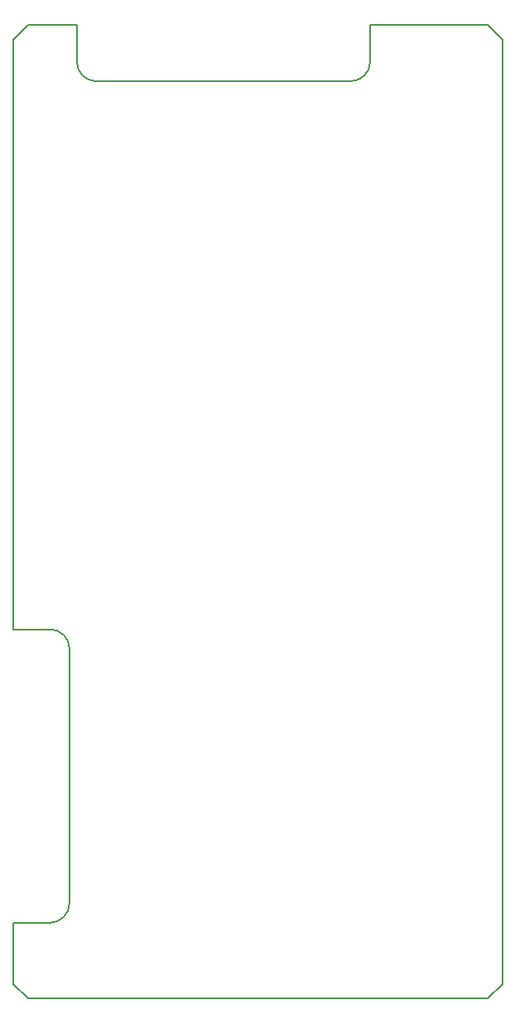
<source format=gko>
%FSLAX43Y43*%
%MOMM*%
G71*
G01*
G75*
G04 Layer_Color=1131839*
%ADD10R,1.000X0.700*%
%ADD11R,0.700X0.800*%
%ADD12R,0.700X1.000*%
%ADD13R,0.800X0.700*%
%ADD14R,0.700X0.800*%
%ADD15R,1.600X0.800*%
%ADD16R,0.800X0.800*%
%ADD17R,0.800X0.800*%
%ADD18R,0.450X0.250*%
%ADD19R,0.800X2.000*%
%ADD20R,1.500X0.760*%
%ADD21R,0.400X1.200*%
%ADD22R,2.600X1.900*%
%ADD23R,0.760X1.500*%
%ADD24R,1.200X0.400*%
%ADD25R,1.900X2.600*%
%ADD26R,0.600X2.000*%
%ADD27O,0.600X2.000*%
%ADD28R,2.600X2.600*%
%ADD29R,2.000X1.500*%
%ADD30R,2.000X1.500*%
%ADD31R,2.000X3.800*%
%ADD32R,0.600X1.270*%
%ADD33R,0.350X0.900*%
%ADD34R,1.000X0.700*%
%ADD35R,1.000X0.700*%
%ADD36R,1.100X2.200*%
%ADD37R,1.000X1.050*%
%ADD38R,2.200X1.100*%
%ADD39R,1.050X1.000*%
%ADD40R,0.840X1.600*%
%ADD41R,2.400X0.840*%
%ADD42R,1.600X0.840*%
%ADD43R,0.800X1.500*%
%ADD44R,0.800X2.250*%
%ADD45R,0.350X0.280*%
G04:AMPARAMS|DCode=46|XSize=0.3mm|YSize=0.65mm|CornerRadius=0.075mm|HoleSize=0mm|Usage=FLASHONLY|Rotation=0.000|XOffset=0mm|YOffset=0mm|HoleType=Round|Shape=RoundedRectangle|*
%AMROUNDEDRECTD46*
21,1,0.300,0.500,0,0,0.0*
21,1,0.150,0.650,0,0,0.0*
1,1,0.150,0.075,-0.250*
1,1,0.150,-0.075,-0.250*
1,1,0.150,-0.075,0.250*
1,1,0.150,0.075,0.250*
%
%ADD46ROUNDEDRECTD46*%
G04:AMPARAMS|DCode=47|XSize=0.3mm|YSize=0.65mm|CornerRadius=0.075mm|HoleSize=0mm|Usage=FLASHONLY|Rotation=270.000|XOffset=0mm|YOffset=0mm|HoleType=Round|Shape=RoundedRectangle|*
%AMROUNDEDRECTD47*
21,1,0.300,0.500,0,0,270.0*
21,1,0.150,0.650,0,0,270.0*
1,1,0.150,-0.250,-0.075*
1,1,0.150,-0.250,0.075*
1,1,0.150,0.250,0.075*
1,1,0.150,0.250,-0.075*
%
%ADD47ROUNDEDRECTD47*%
%ADD48R,3.300X3.300*%
%ADD49R,0.500X0.500*%
%ADD50R,1.270X0.640*%
%ADD51R,0.900X1.300*%
%ADD52C,0.750*%
%ADD53C,0.500*%
%ADD54C,0.250*%
%ADD55C,0.350*%
%ADD56C,0.965*%
%ADD57C,0.900*%
%ADD58C,0.700*%
%ADD59C,0.200*%
%ADD60C,0.300*%
%ADD61R,11.925X2.000*%
%ADD62R,6.200X2.000*%
%ADD63R,9.650X1.875*%
%ADD64R,2.000X30.000*%
%ADD65R,8.425X2.000*%
%ADD66R,18.025X2.000*%
%ADD67R,3.400X2.000*%
%ADD68R,24.500X1.950*%
%ADD69C,1.000*%
%ADD70R,4.000X4.000*%
%ADD71R,4.000X4.000*%
%ADD72C,0.500*%
%ADD73C,0.900*%
%ADD74C,0.700*%
%ADD75C,1.016*%
%ADD76C,1.900*%
G04:AMPARAMS|DCode=77|XSize=4.3mm|YSize=4.3mm|CornerRadius=0mm|HoleSize=0mm|Usage=FLASHONLY|Rotation=0.000|XOffset=0mm|YOffset=0mm|HoleType=Round|Shape=Relief|Width=0.5mm|Gap=0.25mm|Entries=4|*
%AMTHD77*
7,0,0,4.300,3.800,0.500,45*
%
%ADD77THD77*%
G04:AMPARAMS|DCode=78|XSize=1.754mm|YSize=1.754mm|CornerRadius=0mm|HoleSize=0mm|Usage=FLASHONLY|Rotation=0.000|XOffset=0mm|YOffset=0mm|HoleType=Round|Shape=Relief|Width=0.5mm|Gap=0.25mm|Entries=4|*
%AMTHD78*
7,0,0,1.754,1.254,0.500,45*
%
%ADD78THD78*%
%ADD79C,1.100*%
%ADD80C,0.345*%
%ADD81R,1.000X2.540*%
%ADD82C,0.600*%
%ADD83C,0.203*%
%ADD84C,0.100*%
%ADD85C,0.254*%
%ADD86C,0.152*%
%ADD87C,0.150*%
%ADD88R,0.560X0.210*%
%ADD89R,0.150X0.400*%
%ADD90R,0.150X0.500*%
%ADD91R,0.700X0.500*%
%ADD92R,0.700X0.400*%
%ADD93R,0.400X0.150*%
%ADD94R,0.500X0.150*%
%ADD95R,0.500X0.700*%
%ADD96R,0.400X0.700*%
%ADD97R,0.500X0.150*%
%ADD98R,0.350X1.300*%
%ADD99R,0.300X2.575*%
%ADD100R,0.325X1.400*%
%ADD101R,0.275X0.325*%
%ADD102R,2.575X0.300*%
%ADD103R,1.400X0.325*%
%ADD104R,0.250X0.325*%
%ADD105R,0.350X1.300*%
%ADD106R,0.410X0.210*%
%ADD107R,0.900X0.300*%
%ADD108R,1.494X18.900*%
%ADD109R,51.325X2.938*%
%ADD110R,51.345X2.950*%
%ADD111R,0.250X0.500*%
%ADD112R,0.800X0.500*%
%ADD113R,0.800X0.600*%
%ADD114R,0.250X0.600*%
%ADD115R,0.500X0.250*%
%ADD116R,0.500X0.800*%
%ADD117R,0.500X0.800*%
%ADD118R,0.600X0.800*%
%ADD119R,0.600X0.250*%
%ADD120R,2.200X4.000*%
%ADD121R,2.200X1.700*%
%ADD122R,2.200X1.700*%
%ADD123R,0.450X1.200*%
%ADD124R,0.450X1.200*%
%ADD125R,1.075X1.500*%
%ADD126R,0.400X3.300*%
%ADD127R,2.500X0.400*%
%ADD128R,1.500X1.075*%
%ADD129R,2.000X30.000*%
%ADD130R,24.075X2.000*%
%ADD131R,2.975X2.000*%
%ADD132R,9.200X2.000*%
%ADD133R,17.700X2.000*%
%ADD134R,1.150X0.850*%
%ADD135R,0.850X0.950*%
%ADD136R,0.850X1.150*%
%ADD137R,0.950X0.850*%
%ADD138R,0.850X0.950*%
%ADD139R,1.750X0.950*%
%ADD140R,0.950X0.950*%
%ADD141R,0.950X0.950*%
%ADD142R,0.600X0.400*%
%ADD143R,1.650X0.910*%
%ADD144R,0.550X1.350*%
%ADD145R,0.910X1.650*%
%ADD146R,1.350X0.550*%
%ADD147R,0.750X2.150*%
%ADD148O,0.750X2.150*%
%ADD149R,2.750X2.750*%
%ADD150R,2.150X1.650*%
%ADD151R,2.150X1.650*%
%ADD152R,2.150X3.950*%
%ADD153R,0.750X1.420*%
%ADD154R,1.100X0.800*%
%ADD155R,1.100X0.800*%
%ADD156R,1.250X2.350*%
%ADD157R,1.150X1.200*%
%ADD158R,2.350X1.250*%
%ADD159R,1.200X1.150*%
%ADD160R,0.990X1.750*%
%ADD161R,2.600X1.040*%
%ADD162R,1.040X1.800*%
%ADD163R,1.800X1.040*%
%ADD164R,1.000X1.700*%
%ADD165R,1.000X2.450*%
%ADD166R,0.950X1.650*%
%ADD167R,0.450X0.380*%
G04:AMPARAMS|DCode=168|XSize=0.4mm|YSize=0.75mm|CornerRadius=0.125mm|HoleSize=0mm|Usage=FLASHONLY|Rotation=0.000|XOffset=0mm|YOffset=0mm|HoleType=Round|Shape=RoundedRectangle|*
%AMROUNDEDRECTD168*
21,1,0.400,0.500,0,0,0.0*
21,1,0.150,0.750,0,0,0.0*
1,1,0.250,0.075,-0.250*
1,1,0.250,-0.075,-0.250*
1,1,0.250,-0.075,0.250*
1,1,0.250,0.075,0.250*
%
%ADD168ROUNDEDRECTD168*%
G04:AMPARAMS|DCode=169|XSize=0.4mm|YSize=0.75mm|CornerRadius=0.125mm|HoleSize=0mm|Usage=FLASHONLY|Rotation=270.000|XOffset=0mm|YOffset=0mm|HoleType=Round|Shape=RoundedRectangle|*
%AMROUNDEDRECTD169*
21,1,0.400,0.500,0,0,270.0*
21,1,0.150,0.750,0,0,270.0*
1,1,0.250,-0.250,-0.075*
1,1,0.250,-0.250,0.075*
1,1,0.250,0.250,0.075*
1,1,0.250,0.250,-0.075*
%
%ADD169ROUNDEDRECTD169*%
%ADD170R,0.650X0.650*%
%ADD171R,1.420X0.790*%
%ADD172R,1.050X1.450*%
%ADD173C,1.300*%
%ADD174R,4.150X4.150*%
%ADD175R,4.150X4.150*%
%ADD176R,51.400X3.000*%
%ADD177R,51.520X5.825*%
%ADD178R,1.150X2.690*%
%ADD179C,0.020*%
%ADD180C,0.025*%
%ADD181C,0.025*%
%ADD182C,0.020*%
%ADD183C,0.030*%
G54D59*
X189000Y170500D02*
G03*
X191000Y172500I0J2000D01*
G01*
X161000D02*
G03*
X163000Y170500I2000J0D01*
G01*
X158250Y84500D02*
G03*
X160250Y86500I0J2000D01*
G01*
Y112500D02*
G03*
X158250Y114500I-2000J0D01*
G01*
X204500Y78250D02*
Y174750D01*
X154500D02*
X156000Y176250D01*
X191000D02*
X203000D01*
X156000D02*
X161000D01*
X203000D02*
X204500Y174750D01*
X163000Y170500D02*
X189000D01*
X191000Y172500D02*
Y176250D01*
X161000Y172500D02*
Y176250D01*
X154500Y84500D02*
X158250D01*
X154500Y114500D02*
X158250D01*
X160250Y86500D02*
Y112500D01*
X154500Y114500D02*
Y174750D01*
Y78250D02*
X156000Y76750D01*
X154500Y78250D02*
Y84500D01*
X156000Y76750D02*
X203000D01*
X204500Y78250D01*
M02*

</source>
